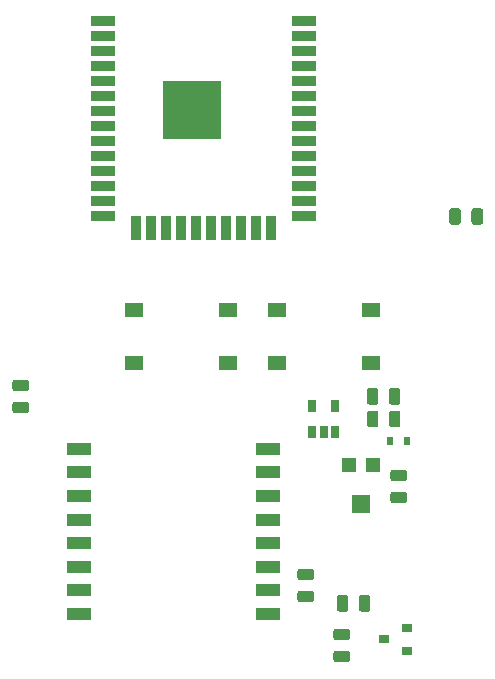
<source format=gbr>
G04 #@! TF.GenerationSoftware,KiCad,Pcbnew,5.1.5*
G04 #@! TF.CreationDate,2020-02-16T17:08:25+01:00*
G04 #@! TF.ProjectId,feuchtraumabzweigdose,66657563-6874-4726-9175-6d61627a7765,rev?*
G04 #@! TF.SameCoordinates,Original*
G04 #@! TF.FileFunction,Paste,Top*
G04 #@! TF.FilePolarity,Positive*
%FSLAX46Y46*%
G04 Gerber Fmt 4.6, Leading zero omitted, Abs format (unit mm)*
G04 Created by KiCad (PCBNEW 5.1.5) date 2020-02-16 17:08:25*
%MOMM*%
%LPD*%
G04 APERTURE LIST*
%ADD10C,0.100000*%
%ADD11R,1.600000X1.500000*%
%ADD12R,1.200000X1.200000*%
%ADD13R,0.650000X1.060000*%
%ADD14R,0.600000X0.700000*%
%ADD15R,0.900000X0.800000*%
%ADD16R,2.000000X1.000000*%
%ADD17R,2.000000X0.900000*%
%ADD18R,0.900000X2.000000*%
%ADD19R,5.000000X5.000000*%
%ADD20R,1.550000X1.300000*%
G04 APERTURE END LIST*
D10*
G36*
X163765142Y-106997174D02*
G01*
X163788803Y-107000684D01*
X163812007Y-107006496D01*
X163834529Y-107014554D01*
X163856153Y-107024782D01*
X163876670Y-107037079D01*
X163895883Y-107051329D01*
X163913607Y-107067393D01*
X163929671Y-107085117D01*
X163943921Y-107104330D01*
X163956218Y-107124847D01*
X163966446Y-107146471D01*
X163974504Y-107168993D01*
X163980316Y-107192197D01*
X163983826Y-107215858D01*
X163985000Y-107239750D01*
X163985000Y-108152250D01*
X163983826Y-108176142D01*
X163980316Y-108199803D01*
X163974504Y-108223007D01*
X163966446Y-108245529D01*
X163956218Y-108267153D01*
X163943921Y-108287670D01*
X163929671Y-108306883D01*
X163913607Y-108324607D01*
X163895883Y-108340671D01*
X163876670Y-108354921D01*
X163856153Y-108367218D01*
X163834529Y-108377446D01*
X163812007Y-108385504D01*
X163788803Y-108391316D01*
X163765142Y-108394826D01*
X163741250Y-108396000D01*
X163253750Y-108396000D01*
X163229858Y-108394826D01*
X163206197Y-108391316D01*
X163182993Y-108385504D01*
X163160471Y-108377446D01*
X163138847Y-108367218D01*
X163118330Y-108354921D01*
X163099117Y-108340671D01*
X163081393Y-108324607D01*
X163065329Y-108306883D01*
X163051079Y-108287670D01*
X163038782Y-108267153D01*
X163028554Y-108245529D01*
X163020496Y-108223007D01*
X163014684Y-108199803D01*
X163011174Y-108176142D01*
X163010000Y-108152250D01*
X163010000Y-107239750D01*
X163011174Y-107215858D01*
X163014684Y-107192197D01*
X163020496Y-107168993D01*
X163028554Y-107146471D01*
X163038782Y-107124847D01*
X163051079Y-107104330D01*
X163065329Y-107085117D01*
X163081393Y-107067393D01*
X163099117Y-107051329D01*
X163118330Y-107037079D01*
X163138847Y-107024782D01*
X163160471Y-107014554D01*
X163182993Y-107006496D01*
X163206197Y-107000684D01*
X163229858Y-106997174D01*
X163253750Y-106996000D01*
X163741250Y-106996000D01*
X163765142Y-106997174D01*
G37*
G36*
X161890142Y-106997174D02*
G01*
X161913803Y-107000684D01*
X161937007Y-107006496D01*
X161959529Y-107014554D01*
X161981153Y-107024782D01*
X162001670Y-107037079D01*
X162020883Y-107051329D01*
X162038607Y-107067393D01*
X162054671Y-107085117D01*
X162068921Y-107104330D01*
X162081218Y-107124847D01*
X162091446Y-107146471D01*
X162099504Y-107168993D01*
X162105316Y-107192197D01*
X162108826Y-107215858D01*
X162110000Y-107239750D01*
X162110000Y-108152250D01*
X162108826Y-108176142D01*
X162105316Y-108199803D01*
X162099504Y-108223007D01*
X162091446Y-108245529D01*
X162081218Y-108267153D01*
X162068921Y-108287670D01*
X162054671Y-108306883D01*
X162038607Y-108324607D01*
X162020883Y-108340671D01*
X162001670Y-108354921D01*
X161981153Y-108367218D01*
X161959529Y-108377446D01*
X161937007Y-108385504D01*
X161913803Y-108391316D01*
X161890142Y-108394826D01*
X161866250Y-108396000D01*
X161378750Y-108396000D01*
X161354858Y-108394826D01*
X161331197Y-108391316D01*
X161307993Y-108385504D01*
X161285471Y-108377446D01*
X161263847Y-108367218D01*
X161243330Y-108354921D01*
X161224117Y-108340671D01*
X161206393Y-108324607D01*
X161190329Y-108306883D01*
X161176079Y-108287670D01*
X161163782Y-108267153D01*
X161153554Y-108245529D01*
X161145496Y-108223007D01*
X161139684Y-108199803D01*
X161136174Y-108176142D01*
X161135000Y-108152250D01*
X161135000Y-107239750D01*
X161136174Y-107215858D01*
X161139684Y-107192197D01*
X161145496Y-107168993D01*
X161153554Y-107146471D01*
X161163782Y-107124847D01*
X161176079Y-107104330D01*
X161190329Y-107085117D01*
X161206393Y-107067393D01*
X161224117Y-107051329D01*
X161243330Y-107037079D01*
X161263847Y-107024782D01*
X161285471Y-107014554D01*
X161307993Y-107006496D01*
X161331197Y-107000684D01*
X161354858Y-106997174D01*
X161378750Y-106996000D01*
X161866250Y-106996000D01*
X161890142Y-106997174D01*
G37*
G36*
X171415142Y-74231174D02*
G01*
X171438803Y-74234684D01*
X171462007Y-74240496D01*
X171484529Y-74248554D01*
X171506153Y-74258782D01*
X171526670Y-74271079D01*
X171545883Y-74285329D01*
X171563607Y-74301393D01*
X171579671Y-74319117D01*
X171593921Y-74338330D01*
X171606218Y-74358847D01*
X171616446Y-74380471D01*
X171624504Y-74402993D01*
X171630316Y-74426197D01*
X171633826Y-74449858D01*
X171635000Y-74473750D01*
X171635000Y-75386250D01*
X171633826Y-75410142D01*
X171630316Y-75433803D01*
X171624504Y-75457007D01*
X171616446Y-75479529D01*
X171606218Y-75501153D01*
X171593921Y-75521670D01*
X171579671Y-75540883D01*
X171563607Y-75558607D01*
X171545883Y-75574671D01*
X171526670Y-75588921D01*
X171506153Y-75601218D01*
X171484529Y-75611446D01*
X171462007Y-75619504D01*
X171438803Y-75625316D01*
X171415142Y-75628826D01*
X171391250Y-75630000D01*
X170903750Y-75630000D01*
X170879858Y-75628826D01*
X170856197Y-75625316D01*
X170832993Y-75619504D01*
X170810471Y-75611446D01*
X170788847Y-75601218D01*
X170768330Y-75588921D01*
X170749117Y-75574671D01*
X170731393Y-75558607D01*
X170715329Y-75540883D01*
X170701079Y-75521670D01*
X170688782Y-75501153D01*
X170678554Y-75479529D01*
X170670496Y-75457007D01*
X170664684Y-75433803D01*
X170661174Y-75410142D01*
X170660000Y-75386250D01*
X170660000Y-74473750D01*
X170661174Y-74449858D01*
X170664684Y-74426197D01*
X170670496Y-74402993D01*
X170678554Y-74380471D01*
X170688782Y-74358847D01*
X170701079Y-74338330D01*
X170715329Y-74319117D01*
X170731393Y-74301393D01*
X170749117Y-74285329D01*
X170768330Y-74271079D01*
X170788847Y-74258782D01*
X170810471Y-74248554D01*
X170832993Y-74240496D01*
X170856197Y-74234684D01*
X170879858Y-74231174D01*
X170903750Y-74230000D01*
X171391250Y-74230000D01*
X171415142Y-74231174D01*
G37*
G36*
X173290142Y-74231174D02*
G01*
X173313803Y-74234684D01*
X173337007Y-74240496D01*
X173359529Y-74248554D01*
X173381153Y-74258782D01*
X173401670Y-74271079D01*
X173420883Y-74285329D01*
X173438607Y-74301393D01*
X173454671Y-74319117D01*
X173468921Y-74338330D01*
X173481218Y-74358847D01*
X173491446Y-74380471D01*
X173499504Y-74402993D01*
X173505316Y-74426197D01*
X173508826Y-74449858D01*
X173510000Y-74473750D01*
X173510000Y-75386250D01*
X173508826Y-75410142D01*
X173505316Y-75433803D01*
X173499504Y-75457007D01*
X173491446Y-75479529D01*
X173481218Y-75501153D01*
X173468921Y-75521670D01*
X173454671Y-75540883D01*
X173438607Y-75558607D01*
X173420883Y-75574671D01*
X173401670Y-75588921D01*
X173381153Y-75601218D01*
X173359529Y-75611446D01*
X173337007Y-75619504D01*
X173313803Y-75625316D01*
X173290142Y-75628826D01*
X173266250Y-75630000D01*
X172778750Y-75630000D01*
X172754858Y-75628826D01*
X172731197Y-75625316D01*
X172707993Y-75619504D01*
X172685471Y-75611446D01*
X172663847Y-75601218D01*
X172643330Y-75588921D01*
X172624117Y-75574671D01*
X172606393Y-75558607D01*
X172590329Y-75540883D01*
X172576079Y-75521670D01*
X172563782Y-75501153D01*
X172553554Y-75479529D01*
X172545496Y-75457007D01*
X172539684Y-75433803D01*
X172536174Y-75410142D01*
X172535000Y-75386250D01*
X172535000Y-74473750D01*
X172536174Y-74449858D01*
X172539684Y-74426197D01*
X172545496Y-74402993D01*
X172553554Y-74380471D01*
X172563782Y-74358847D01*
X172576079Y-74338330D01*
X172590329Y-74319117D01*
X172606393Y-74301393D01*
X172624117Y-74285329D01*
X172643330Y-74271079D01*
X172663847Y-74258782D01*
X172685471Y-74248554D01*
X172707993Y-74240496D01*
X172731197Y-74234684D01*
X172754858Y-74231174D01*
X172778750Y-74230000D01*
X173266250Y-74230000D01*
X173290142Y-74231174D01*
G37*
D11*
X163195000Y-99240000D03*
D12*
X162195000Y-95990000D03*
X164195000Y-95990000D03*
D10*
G36*
X166850142Y-96366174D02*
G01*
X166873803Y-96369684D01*
X166897007Y-96375496D01*
X166919529Y-96383554D01*
X166941153Y-96393782D01*
X166961670Y-96406079D01*
X166980883Y-96420329D01*
X166998607Y-96436393D01*
X167014671Y-96454117D01*
X167028921Y-96473330D01*
X167041218Y-96493847D01*
X167051446Y-96515471D01*
X167059504Y-96537993D01*
X167065316Y-96561197D01*
X167068826Y-96584858D01*
X167070000Y-96608750D01*
X167070000Y-97096250D01*
X167068826Y-97120142D01*
X167065316Y-97143803D01*
X167059504Y-97167007D01*
X167051446Y-97189529D01*
X167041218Y-97211153D01*
X167028921Y-97231670D01*
X167014671Y-97250883D01*
X166998607Y-97268607D01*
X166980883Y-97284671D01*
X166961670Y-97298921D01*
X166941153Y-97311218D01*
X166919529Y-97321446D01*
X166897007Y-97329504D01*
X166873803Y-97335316D01*
X166850142Y-97338826D01*
X166826250Y-97340000D01*
X165913750Y-97340000D01*
X165889858Y-97338826D01*
X165866197Y-97335316D01*
X165842993Y-97329504D01*
X165820471Y-97321446D01*
X165798847Y-97311218D01*
X165778330Y-97298921D01*
X165759117Y-97284671D01*
X165741393Y-97268607D01*
X165725329Y-97250883D01*
X165711079Y-97231670D01*
X165698782Y-97211153D01*
X165688554Y-97189529D01*
X165680496Y-97167007D01*
X165674684Y-97143803D01*
X165671174Y-97120142D01*
X165670000Y-97096250D01*
X165670000Y-96608750D01*
X165671174Y-96584858D01*
X165674684Y-96561197D01*
X165680496Y-96537993D01*
X165688554Y-96515471D01*
X165698782Y-96493847D01*
X165711079Y-96473330D01*
X165725329Y-96454117D01*
X165741393Y-96436393D01*
X165759117Y-96420329D01*
X165778330Y-96406079D01*
X165798847Y-96393782D01*
X165820471Y-96383554D01*
X165842993Y-96375496D01*
X165866197Y-96369684D01*
X165889858Y-96366174D01*
X165913750Y-96365000D01*
X166826250Y-96365000D01*
X166850142Y-96366174D01*
G37*
G36*
X166850142Y-98241174D02*
G01*
X166873803Y-98244684D01*
X166897007Y-98250496D01*
X166919529Y-98258554D01*
X166941153Y-98268782D01*
X166961670Y-98281079D01*
X166980883Y-98295329D01*
X166998607Y-98311393D01*
X167014671Y-98329117D01*
X167028921Y-98348330D01*
X167041218Y-98368847D01*
X167051446Y-98390471D01*
X167059504Y-98412993D01*
X167065316Y-98436197D01*
X167068826Y-98459858D01*
X167070000Y-98483750D01*
X167070000Y-98971250D01*
X167068826Y-98995142D01*
X167065316Y-99018803D01*
X167059504Y-99042007D01*
X167051446Y-99064529D01*
X167041218Y-99086153D01*
X167028921Y-99106670D01*
X167014671Y-99125883D01*
X166998607Y-99143607D01*
X166980883Y-99159671D01*
X166961670Y-99173921D01*
X166941153Y-99186218D01*
X166919529Y-99196446D01*
X166897007Y-99204504D01*
X166873803Y-99210316D01*
X166850142Y-99213826D01*
X166826250Y-99215000D01*
X165913750Y-99215000D01*
X165889858Y-99213826D01*
X165866197Y-99210316D01*
X165842993Y-99204504D01*
X165820471Y-99196446D01*
X165798847Y-99186218D01*
X165778330Y-99173921D01*
X165759117Y-99159671D01*
X165741393Y-99143607D01*
X165725329Y-99125883D01*
X165711079Y-99106670D01*
X165698782Y-99086153D01*
X165688554Y-99064529D01*
X165680496Y-99042007D01*
X165674684Y-99018803D01*
X165671174Y-98995142D01*
X165670000Y-98971250D01*
X165670000Y-98483750D01*
X165671174Y-98459858D01*
X165674684Y-98436197D01*
X165680496Y-98412993D01*
X165688554Y-98390471D01*
X165698782Y-98368847D01*
X165711079Y-98348330D01*
X165725329Y-98329117D01*
X165741393Y-98311393D01*
X165759117Y-98295329D01*
X165778330Y-98281079D01*
X165798847Y-98268782D01*
X165820471Y-98258554D01*
X165842993Y-98250496D01*
X165866197Y-98244684D01*
X165889858Y-98241174D01*
X165913750Y-98240000D01*
X166826250Y-98240000D01*
X166850142Y-98241174D01*
G37*
G36*
X164430142Y-89471174D02*
G01*
X164453803Y-89474684D01*
X164477007Y-89480496D01*
X164499529Y-89488554D01*
X164521153Y-89498782D01*
X164541670Y-89511079D01*
X164560883Y-89525329D01*
X164578607Y-89541393D01*
X164594671Y-89559117D01*
X164608921Y-89578330D01*
X164621218Y-89598847D01*
X164631446Y-89620471D01*
X164639504Y-89642993D01*
X164645316Y-89666197D01*
X164648826Y-89689858D01*
X164650000Y-89713750D01*
X164650000Y-90626250D01*
X164648826Y-90650142D01*
X164645316Y-90673803D01*
X164639504Y-90697007D01*
X164631446Y-90719529D01*
X164621218Y-90741153D01*
X164608921Y-90761670D01*
X164594671Y-90780883D01*
X164578607Y-90798607D01*
X164560883Y-90814671D01*
X164541670Y-90828921D01*
X164521153Y-90841218D01*
X164499529Y-90851446D01*
X164477007Y-90859504D01*
X164453803Y-90865316D01*
X164430142Y-90868826D01*
X164406250Y-90870000D01*
X163918750Y-90870000D01*
X163894858Y-90868826D01*
X163871197Y-90865316D01*
X163847993Y-90859504D01*
X163825471Y-90851446D01*
X163803847Y-90841218D01*
X163783330Y-90828921D01*
X163764117Y-90814671D01*
X163746393Y-90798607D01*
X163730329Y-90780883D01*
X163716079Y-90761670D01*
X163703782Y-90741153D01*
X163693554Y-90719529D01*
X163685496Y-90697007D01*
X163679684Y-90673803D01*
X163676174Y-90650142D01*
X163675000Y-90626250D01*
X163675000Y-89713750D01*
X163676174Y-89689858D01*
X163679684Y-89666197D01*
X163685496Y-89642993D01*
X163693554Y-89620471D01*
X163703782Y-89598847D01*
X163716079Y-89578330D01*
X163730329Y-89559117D01*
X163746393Y-89541393D01*
X163764117Y-89525329D01*
X163783330Y-89511079D01*
X163803847Y-89498782D01*
X163825471Y-89488554D01*
X163847993Y-89480496D01*
X163871197Y-89474684D01*
X163894858Y-89471174D01*
X163918750Y-89470000D01*
X164406250Y-89470000D01*
X164430142Y-89471174D01*
G37*
G36*
X166305142Y-89471174D02*
G01*
X166328803Y-89474684D01*
X166352007Y-89480496D01*
X166374529Y-89488554D01*
X166396153Y-89498782D01*
X166416670Y-89511079D01*
X166435883Y-89525329D01*
X166453607Y-89541393D01*
X166469671Y-89559117D01*
X166483921Y-89578330D01*
X166496218Y-89598847D01*
X166506446Y-89620471D01*
X166514504Y-89642993D01*
X166520316Y-89666197D01*
X166523826Y-89689858D01*
X166525000Y-89713750D01*
X166525000Y-90626250D01*
X166523826Y-90650142D01*
X166520316Y-90673803D01*
X166514504Y-90697007D01*
X166506446Y-90719529D01*
X166496218Y-90741153D01*
X166483921Y-90761670D01*
X166469671Y-90780883D01*
X166453607Y-90798607D01*
X166435883Y-90814671D01*
X166416670Y-90828921D01*
X166396153Y-90841218D01*
X166374529Y-90851446D01*
X166352007Y-90859504D01*
X166328803Y-90865316D01*
X166305142Y-90868826D01*
X166281250Y-90870000D01*
X165793750Y-90870000D01*
X165769858Y-90868826D01*
X165746197Y-90865316D01*
X165722993Y-90859504D01*
X165700471Y-90851446D01*
X165678847Y-90841218D01*
X165658330Y-90828921D01*
X165639117Y-90814671D01*
X165621393Y-90798607D01*
X165605329Y-90780883D01*
X165591079Y-90761670D01*
X165578782Y-90741153D01*
X165568554Y-90719529D01*
X165560496Y-90697007D01*
X165554684Y-90673803D01*
X165551174Y-90650142D01*
X165550000Y-90626250D01*
X165550000Y-89713750D01*
X165551174Y-89689858D01*
X165554684Y-89666197D01*
X165560496Y-89642993D01*
X165568554Y-89620471D01*
X165578782Y-89598847D01*
X165591079Y-89578330D01*
X165605329Y-89559117D01*
X165621393Y-89541393D01*
X165639117Y-89525329D01*
X165658330Y-89511079D01*
X165678847Y-89498782D01*
X165700471Y-89488554D01*
X165722993Y-89480496D01*
X165746197Y-89474684D01*
X165769858Y-89471174D01*
X165793750Y-89470000D01*
X166281250Y-89470000D01*
X166305142Y-89471174D01*
G37*
G36*
X166305142Y-91376174D02*
G01*
X166328803Y-91379684D01*
X166352007Y-91385496D01*
X166374529Y-91393554D01*
X166396153Y-91403782D01*
X166416670Y-91416079D01*
X166435883Y-91430329D01*
X166453607Y-91446393D01*
X166469671Y-91464117D01*
X166483921Y-91483330D01*
X166496218Y-91503847D01*
X166506446Y-91525471D01*
X166514504Y-91547993D01*
X166520316Y-91571197D01*
X166523826Y-91594858D01*
X166525000Y-91618750D01*
X166525000Y-92531250D01*
X166523826Y-92555142D01*
X166520316Y-92578803D01*
X166514504Y-92602007D01*
X166506446Y-92624529D01*
X166496218Y-92646153D01*
X166483921Y-92666670D01*
X166469671Y-92685883D01*
X166453607Y-92703607D01*
X166435883Y-92719671D01*
X166416670Y-92733921D01*
X166396153Y-92746218D01*
X166374529Y-92756446D01*
X166352007Y-92764504D01*
X166328803Y-92770316D01*
X166305142Y-92773826D01*
X166281250Y-92775000D01*
X165793750Y-92775000D01*
X165769858Y-92773826D01*
X165746197Y-92770316D01*
X165722993Y-92764504D01*
X165700471Y-92756446D01*
X165678847Y-92746218D01*
X165658330Y-92733921D01*
X165639117Y-92719671D01*
X165621393Y-92703607D01*
X165605329Y-92685883D01*
X165591079Y-92666670D01*
X165578782Y-92646153D01*
X165568554Y-92624529D01*
X165560496Y-92602007D01*
X165554684Y-92578803D01*
X165551174Y-92555142D01*
X165550000Y-92531250D01*
X165550000Y-91618750D01*
X165551174Y-91594858D01*
X165554684Y-91571197D01*
X165560496Y-91547993D01*
X165568554Y-91525471D01*
X165578782Y-91503847D01*
X165591079Y-91483330D01*
X165605329Y-91464117D01*
X165621393Y-91446393D01*
X165639117Y-91430329D01*
X165658330Y-91416079D01*
X165678847Y-91403782D01*
X165700471Y-91393554D01*
X165722993Y-91385496D01*
X165746197Y-91379684D01*
X165769858Y-91376174D01*
X165793750Y-91375000D01*
X166281250Y-91375000D01*
X166305142Y-91376174D01*
G37*
G36*
X164430142Y-91376174D02*
G01*
X164453803Y-91379684D01*
X164477007Y-91385496D01*
X164499529Y-91393554D01*
X164521153Y-91403782D01*
X164541670Y-91416079D01*
X164560883Y-91430329D01*
X164578607Y-91446393D01*
X164594671Y-91464117D01*
X164608921Y-91483330D01*
X164621218Y-91503847D01*
X164631446Y-91525471D01*
X164639504Y-91547993D01*
X164645316Y-91571197D01*
X164648826Y-91594858D01*
X164650000Y-91618750D01*
X164650000Y-92531250D01*
X164648826Y-92555142D01*
X164645316Y-92578803D01*
X164639504Y-92602007D01*
X164631446Y-92624529D01*
X164621218Y-92646153D01*
X164608921Y-92666670D01*
X164594671Y-92685883D01*
X164578607Y-92703607D01*
X164560883Y-92719671D01*
X164541670Y-92733921D01*
X164521153Y-92746218D01*
X164499529Y-92756446D01*
X164477007Y-92764504D01*
X164453803Y-92770316D01*
X164430142Y-92773826D01*
X164406250Y-92775000D01*
X163918750Y-92775000D01*
X163894858Y-92773826D01*
X163871197Y-92770316D01*
X163847993Y-92764504D01*
X163825471Y-92756446D01*
X163803847Y-92746218D01*
X163783330Y-92733921D01*
X163764117Y-92719671D01*
X163746393Y-92703607D01*
X163730329Y-92685883D01*
X163716079Y-92666670D01*
X163703782Y-92646153D01*
X163693554Y-92624529D01*
X163685496Y-92602007D01*
X163679684Y-92578803D01*
X163676174Y-92555142D01*
X163675000Y-92531250D01*
X163675000Y-91618750D01*
X163676174Y-91594858D01*
X163679684Y-91571197D01*
X163685496Y-91547993D01*
X163693554Y-91525471D01*
X163703782Y-91503847D01*
X163716079Y-91483330D01*
X163730329Y-91464117D01*
X163746393Y-91446393D01*
X163764117Y-91430329D01*
X163783330Y-91416079D01*
X163803847Y-91403782D01*
X163825471Y-91393554D01*
X163847993Y-91385496D01*
X163871197Y-91379684D01*
X163894858Y-91376174D01*
X163918750Y-91375000D01*
X164406250Y-91375000D01*
X164430142Y-91376174D01*
G37*
G36*
X134846142Y-90621174D02*
G01*
X134869803Y-90624684D01*
X134893007Y-90630496D01*
X134915529Y-90638554D01*
X134937153Y-90648782D01*
X134957670Y-90661079D01*
X134976883Y-90675329D01*
X134994607Y-90691393D01*
X135010671Y-90709117D01*
X135024921Y-90728330D01*
X135037218Y-90748847D01*
X135047446Y-90770471D01*
X135055504Y-90792993D01*
X135061316Y-90816197D01*
X135064826Y-90839858D01*
X135066000Y-90863750D01*
X135066000Y-91351250D01*
X135064826Y-91375142D01*
X135061316Y-91398803D01*
X135055504Y-91422007D01*
X135047446Y-91444529D01*
X135037218Y-91466153D01*
X135024921Y-91486670D01*
X135010671Y-91505883D01*
X134994607Y-91523607D01*
X134976883Y-91539671D01*
X134957670Y-91553921D01*
X134937153Y-91566218D01*
X134915529Y-91576446D01*
X134893007Y-91584504D01*
X134869803Y-91590316D01*
X134846142Y-91593826D01*
X134822250Y-91595000D01*
X133909750Y-91595000D01*
X133885858Y-91593826D01*
X133862197Y-91590316D01*
X133838993Y-91584504D01*
X133816471Y-91576446D01*
X133794847Y-91566218D01*
X133774330Y-91553921D01*
X133755117Y-91539671D01*
X133737393Y-91523607D01*
X133721329Y-91505883D01*
X133707079Y-91486670D01*
X133694782Y-91466153D01*
X133684554Y-91444529D01*
X133676496Y-91422007D01*
X133670684Y-91398803D01*
X133667174Y-91375142D01*
X133666000Y-91351250D01*
X133666000Y-90863750D01*
X133667174Y-90839858D01*
X133670684Y-90816197D01*
X133676496Y-90792993D01*
X133684554Y-90770471D01*
X133694782Y-90748847D01*
X133707079Y-90728330D01*
X133721329Y-90709117D01*
X133737393Y-90691393D01*
X133755117Y-90675329D01*
X133774330Y-90661079D01*
X133794847Y-90648782D01*
X133816471Y-90638554D01*
X133838993Y-90630496D01*
X133862197Y-90624684D01*
X133885858Y-90621174D01*
X133909750Y-90620000D01*
X134822250Y-90620000D01*
X134846142Y-90621174D01*
G37*
G36*
X134846142Y-88746174D02*
G01*
X134869803Y-88749684D01*
X134893007Y-88755496D01*
X134915529Y-88763554D01*
X134937153Y-88773782D01*
X134957670Y-88786079D01*
X134976883Y-88800329D01*
X134994607Y-88816393D01*
X135010671Y-88834117D01*
X135024921Y-88853330D01*
X135037218Y-88873847D01*
X135047446Y-88895471D01*
X135055504Y-88917993D01*
X135061316Y-88941197D01*
X135064826Y-88964858D01*
X135066000Y-88988750D01*
X135066000Y-89476250D01*
X135064826Y-89500142D01*
X135061316Y-89523803D01*
X135055504Y-89547007D01*
X135047446Y-89569529D01*
X135037218Y-89591153D01*
X135024921Y-89611670D01*
X135010671Y-89630883D01*
X134994607Y-89648607D01*
X134976883Y-89664671D01*
X134957670Y-89678921D01*
X134937153Y-89691218D01*
X134915529Y-89701446D01*
X134893007Y-89709504D01*
X134869803Y-89715316D01*
X134846142Y-89718826D01*
X134822250Y-89720000D01*
X133909750Y-89720000D01*
X133885858Y-89718826D01*
X133862197Y-89715316D01*
X133838993Y-89709504D01*
X133816471Y-89701446D01*
X133794847Y-89691218D01*
X133774330Y-89678921D01*
X133755117Y-89664671D01*
X133737393Y-89648607D01*
X133721329Y-89630883D01*
X133707079Y-89611670D01*
X133694782Y-89591153D01*
X133684554Y-89569529D01*
X133676496Y-89547007D01*
X133670684Y-89523803D01*
X133667174Y-89500142D01*
X133666000Y-89476250D01*
X133666000Y-88988750D01*
X133667174Y-88964858D01*
X133670684Y-88941197D01*
X133676496Y-88917993D01*
X133684554Y-88895471D01*
X133694782Y-88873847D01*
X133707079Y-88853330D01*
X133721329Y-88834117D01*
X133737393Y-88816393D01*
X133755117Y-88800329D01*
X133774330Y-88786079D01*
X133794847Y-88773782D01*
X133816471Y-88763554D01*
X133838993Y-88755496D01*
X133862197Y-88749684D01*
X133885858Y-88746174D01*
X133909750Y-88745000D01*
X134822250Y-88745000D01*
X134846142Y-88746174D01*
G37*
D13*
X159070000Y-90975000D03*
X160970000Y-90975000D03*
X160970000Y-93175000D03*
X160020000Y-93175000D03*
X159070000Y-93175000D03*
D14*
X167070000Y-93980000D03*
X165670000Y-93980000D03*
D10*
G36*
X162024142Y-109828174D02*
G01*
X162047803Y-109831684D01*
X162071007Y-109837496D01*
X162093529Y-109845554D01*
X162115153Y-109855782D01*
X162135670Y-109868079D01*
X162154883Y-109882329D01*
X162172607Y-109898393D01*
X162188671Y-109916117D01*
X162202921Y-109935330D01*
X162215218Y-109955847D01*
X162225446Y-109977471D01*
X162233504Y-109999993D01*
X162239316Y-110023197D01*
X162242826Y-110046858D01*
X162244000Y-110070750D01*
X162244000Y-110558250D01*
X162242826Y-110582142D01*
X162239316Y-110605803D01*
X162233504Y-110629007D01*
X162225446Y-110651529D01*
X162215218Y-110673153D01*
X162202921Y-110693670D01*
X162188671Y-110712883D01*
X162172607Y-110730607D01*
X162154883Y-110746671D01*
X162135670Y-110760921D01*
X162115153Y-110773218D01*
X162093529Y-110783446D01*
X162071007Y-110791504D01*
X162047803Y-110797316D01*
X162024142Y-110800826D01*
X162000250Y-110802000D01*
X161087750Y-110802000D01*
X161063858Y-110800826D01*
X161040197Y-110797316D01*
X161016993Y-110791504D01*
X160994471Y-110783446D01*
X160972847Y-110773218D01*
X160952330Y-110760921D01*
X160933117Y-110746671D01*
X160915393Y-110730607D01*
X160899329Y-110712883D01*
X160885079Y-110693670D01*
X160872782Y-110673153D01*
X160862554Y-110651529D01*
X160854496Y-110629007D01*
X160848684Y-110605803D01*
X160845174Y-110582142D01*
X160844000Y-110558250D01*
X160844000Y-110070750D01*
X160845174Y-110046858D01*
X160848684Y-110023197D01*
X160854496Y-109999993D01*
X160862554Y-109977471D01*
X160872782Y-109955847D01*
X160885079Y-109935330D01*
X160899329Y-109916117D01*
X160915393Y-109898393D01*
X160933117Y-109882329D01*
X160952330Y-109868079D01*
X160972847Y-109855782D01*
X160994471Y-109845554D01*
X161016993Y-109837496D01*
X161040197Y-109831684D01*
X161063858Y-109828174D01*
X161087750Y-109827000D01*
X162000250Y-109827000D01*
X162024142Y-109828174D01*
G37*
G36*
X162024142Y-111703174D02*
G01*
X162047803Y-111706684D01*
X162071007Y-111712496D01*
X162093529Y-111720554D01*
X162115153Y-111730782D01*
X162135670Y-111743079D01*
X162154883Y-111757329D01*
X162172607Y-111773393D01*
X162188671Y-111791117D01*
X162202921Y-111810330D01*
X162215218Y-111830847D01*
X162225446Y-111852471D01*
X162233504Y-111874993D01*
X162239316Y-111898197D01*
X162242826Y-111921858D01*
X162244000Y-111945750D01*
X162244000Y-112433250D01*
X162242826Y-112457142D01*
X162239316Y-112480803D01*
X162233504Y-112504007D01*
X162225446Y-112526529D01*
X162215218Y-112548153D01*
X162202921Y-112568670D01*
X162188671Y-112587883D01*
X162172607Y-112605607D01*
X162154883Y-112621671D01*
X162135670Y-112635921D01*
X162115153Y-112648218D01*
X162093529Y-112658446D01*
X162071007Y-112666504D01*
X162047803Y-112672316D01*
X162024142Y-112675826D01*
X162000250Y-112677000D01*
X161087750Y-112677000D01*
X161063858Y-112675826D01*
X161040197Y-112672316D01*
X161016993Y-112666504D01*
X160994471Y-112658446D01*
X160972847Y-112648218D01*
X160952330Y-112635921D01*
X160933117Y-112621671D01*
X160915393Y-112605607D01*
X160899329Y-112587883D01*
X160885079Y-112568670D01*
X160872782Y-112548153D01*
X160862554Y-112526529D01*
X160854496Y-112504007D01*
X160848684Y-112480803D01*
X160845174Y-112457142D01*
X160844000Y-112433250D01*
X160844000Y-111945750D01*
X160845174Y-111921858D01*
X160848684Y-111898197D01*
X160854496Y-111874993D01*
X160862554Y-111852471D01*
X160872782Y-111830847D01*
X160885079Y-111810330D01*
X160899329Y-111791117D01*
X160915393Y-111773393D01*
X160933117Y-111757329D01*
X160952330Y-111743079D01*
X160972847Y-111730782D01*
X160994471Y-111720554D01*
X161016993Y-111712496D01*
X161040197Y-111706684D01*
X161063858Y-111703174D01*
X161087750Y-111702000D01*
X162000250Y-111702000D01*
X162024142Y-111703174D01*
G37*
D15*
X165116000Y-110744000D03*
X167116000Y-109794000D03*
X167116000Y-111694000D03*
D16*
X155320000Y-94600000D03*
X155320000Y-96600000D03*
X155320000Y-98600000D03*
X155320000Y-100600000D03*
X155320000Y-102600000D03*
X155320000Y-104600000D03*
X155320000Y-106600000D03*
X155320000Y-108600000D03*
X139320000Y-108600000D03*
X139320000Y-106600000D03*
X139320000Y-104600000D03*
X139320000Y-102600000D03*
X139320000Y-100600000D03*
X139320000Y-98600000D03*
X139320000Y-96600000D03*
X139320000Y-94600000D03*
D17*
X158360000Y-58420000D03*
X158360000Y-59690000D03*
X158360000Y-60960000D03*
X158360000Y-62230000D03*
X158360000Y-63500000D03*
X158360000Y-64770000D03*
X158360000Y-66040000D03*
X158360000Y-67310000D03*
X158360000Y-68580000D03*
X158360000Y-69850000D03*
X158360000Y-71120000D03*
X158360000Y-72390000D03*
X158360000Y-73660000D03*
X158360000Y-74930000D03*
D18*
X155575000Y-75930000D03*
X154305000Y-75930000D03*
X153035000Y-75930000D03*
X151765000Y-75930000D03*
X150495000Y-75930000D03*
X149225000Y-75930000D03*
X147955000Y-75930000D03*
X146685000Y-75930000D03*
X145415000Y-75930000D03*
X144145000Y-75930000D03*
D17*
X141360000Y-74930000D03*
X141360000Y-73660000D03*
X141360000Y-72390000D03*
X141360000Y-71120000D03*
X141360000Y-69850000D03*
X141360000Y-68580000D03*
X141360000Y-67310000D03*
X141360000Y-66040000D03*
X141360000Y-64770000D03*
X141360000Y-63500000D03*
X141360000Y-62230000D03*
X141360000Y-60960000D03*
X141360000Y-59690000D03*
X141360000Y-58420000D03*
D19*
X148860000Y-65920000D03*
D20*
X143980000Y-82840000D03*
X143980000Y-87340000D03*
X151930000Y-87340000D03*
X151930000Y-82840000D03*
D10*
G36*
X158976142Y-104748174D02*
G01*
X158999803Y-104751684D01*
X159023007Y-104757496D01*
X159045529Y-104765554D01*
X159067153Y-104775782D01*
X159087670Y-104788079D01*
X159106883Y-104802329D01*
X159124607Y-104818393D01*
X159140671Y-104836117D01*
X159154921Y-104855330D01*
X159167218Y-104875847D01*
X159177446Y-104897471D01*
X159185504Y-104919993D01*
X159191316Y-104943197D01*
X159194826Y-104966858D01*
X159196000Y-104990750D01*
X159196000Y-105478250D01*
X159194826Y-105502142D01*
X159191316Y-105525803D01*
X159185504Y-105549007D01*
X159177446Y-105571529D01*
X159167218Y-105593153D01*
X159154921Y-105613670D01*
X159140671Y-105632883D01*
X159124607Y-105650607D01*
X159106883Y-105666671D01*
X159087670Y-105680921D01*
X159067153Y-105693218D01*
X159045529Y-105703446D01*
X159023007Y-105711504D01*
X158999803Y-105717316D01*
X158976142Y-105720826D01*
X158952250Y-105722000D01*
X158039750Y-105722000D01*
X158015858Y-105720826D01*
X157992197Y-105717316D01*
X157968993Y-105711504D01*
X157946471Y-105703446D01*
X157924847Y-105693218D01*
X157904330Y-105680921D01*
X157885117Y-105666671D01*
X157867393Y-105650607D01*
X157851329Y-105632883D01*
X157837079Y-105613670D01*
X157824782Y-105593153D01*
X157814554Y-105571529D01*
X157806496Y-105549007D01*
X157800684Y-105525803D01*
X157797174Y-105502142D01*
X157796000Y-105478250D01*
X157796000Y-104990750D01*
X157797174Y-104966858D01*
X157800684Y-104943197D01*
X157806496Y-104919993D01*
X157814554Y-104897471D01*
X157824782Y-104875847D01*
X157837079Y-104855330D01*
X157851329Y-104836117D01*
X157867393Y-104818393D01*
X157885117Y-104802329D01*
X157904330Y-104788079D01*
X157924847Y-104775782D01*
X157946471Y-104765554D01*
X157968993Y-104757496D01*
X157992197Y-104751684D01*
X158015858Y-104748174D01*
X158039750Y-104747000D01*
X158952250Y-104747000D01*
X158976142Y-104748174D01*
G37*
G36*
X158976142Y-106623174D02*
G01*
X158999803Y-106626684D01*
X159023007Y-106632496D01*
X159045529Y-106640554D01*
X159067153Y-106650782D01*
X159087670Y-106663079D01*
X159106883Y-106677329D01*
X159124607Y-106693393D01*
X159140671Y-106711117D01*
X159154921Y-106730330D01*
X159167218Y-106750847D01*
X159177446Y-106772471D01*
X159185504Y-106794993D01*
X159191316Y-106818197D01*
X159194826Y-106841858D01*
X159196000Y-106865750D01*
X159196000Y-107353250D01*
X159194826Y-107377142D01*
X159191316Y-107400803D01*
X159185504Y-107424007D01*
X159177446Y-107446529D01*
X159167218Y-107468153D01*
X159154921Y-107488670D01*
X159140671Y-107507883D01*
X159124607Y-107525607D01*
X159106883Y-107541671D01*
X159087670Y-107555921D01*
X159067153Y-107568218D01*
X159045529Y-107578446D01*
X159023007Y-107586504D01*
X158999803Y-107592316D01*
X158976142Y-107595826D01*
X158952250Y-107597000D01*
X158039750Y-107597000D01*
X158015858Y-107595826D01*
X157992197Y-107592316D01*
X157968993Y-107586504D01*
X157946471Y-107578446D01*
X157924847Y-107568218D01*
X157904330Y-107555921D01*
X157885117Y-107541671D01*
X157867393Y-107525607D01*
X157851329Y-107507883D01*
X157837079Y-107488670D01*
X157824782Y-107468153D01*
X157814554Y-107446529D01*
X157806496Y-107424007D01*
X157800684Y-107400803D01*
X157797174Y-107377142D01*
X157796000Y-107353250D01*
X157796000Y-106865750D01*
X157797174Y-106841858D01*
X157800684Y-106818197D01*
X157806496Y-106794993D01*
X157814554Y-106772471D01*
X157824782Y-106750847D01*
X157837079Y-106730330D01*
X157851329Y-106711117D01*
X157867393Y-106693393D01*
X157885117Y-106677329D01*
X157904330Y-106663079D01*
X157924847Y-106650782D01*
X157946471Y-106640554D01*
X157968993Y-106632496D01*
X157992197Y-106626684D01*
X158015858Y-106623174D01*
X158039750Y-106622000D01*
X158952250Y-106622000D01*
X158976142Y-106623174D01*
G37*
D20*
X163995000Y-87340000D03*
X163995000Y-82840000D03*
X156045000Y-82840000D03*
X156045000Y-87340000D03*
M02*

</source>
